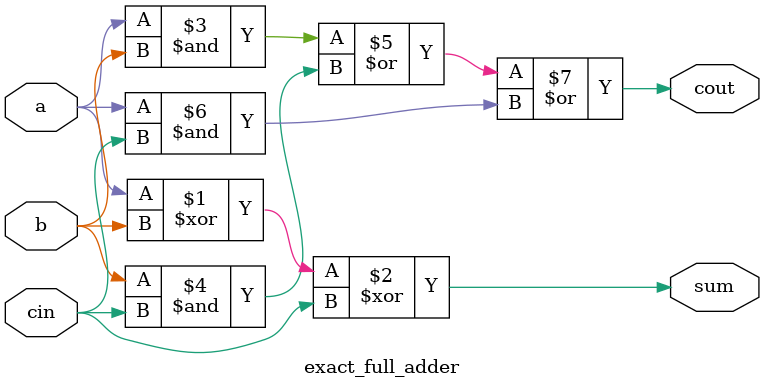
<source format=v>
`timescale 1ns / 1ps

module exact_full_adder (
    input  wire a,
    input  wire b,
    input  wire cin,
    output wire sum,
    output wire cout
);

assign sum  = a ^ b ^ cin;
assign cout = (a & b) | (b & cin) | (a & cin);

endmodule

</source>
